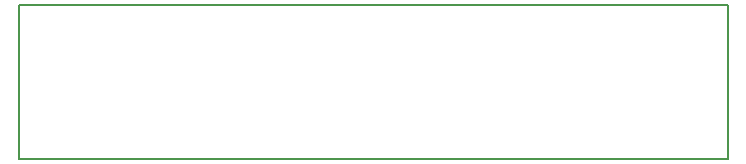
<source format=gbr>
G04 #@! TF.GenerationSoftware,KiCad,Pcbnew,(2016-12-18 revision 3ffa37c)-master*
G04 #@! TF.CreationDate,2017-03-25T20:52:01-07:00*
G04 #@! TF.ProjectId,Pensel,50656E73656C2E6B696361645F706362,rev?*
G04 #@! TF.FileFunction,Profile,NP*
%FSLAX46Y46*%
G04 Gerber Fmt 4.6, Leading zero omitted, Abs format (unit mm)*
G04 Created by KiCad (PCBNEW (2016-12-18 revision 3ffa37c)-master) date Saturday, March 25, 2017 'PMt' 08:52:01 PM*
%MOMM*%
%LPD*%
G01*
G04 APERTURE LIST*
%ADD10C,0.100000*%
%ADD11C,0.200000*%
G04 APERTURE END LIST*
D10*
D11*
X50000000Y-138500000D02*
X50000000Y-151500000D01*
X110000000Y-138500000D02*
X50000000Y-138500000D01*
X110000000Y-151500000D02*
X110000000Y-138500000D01*
X50000000Y-151500000D02*
X110000000Y-151500000D01*
M02*

</source>
